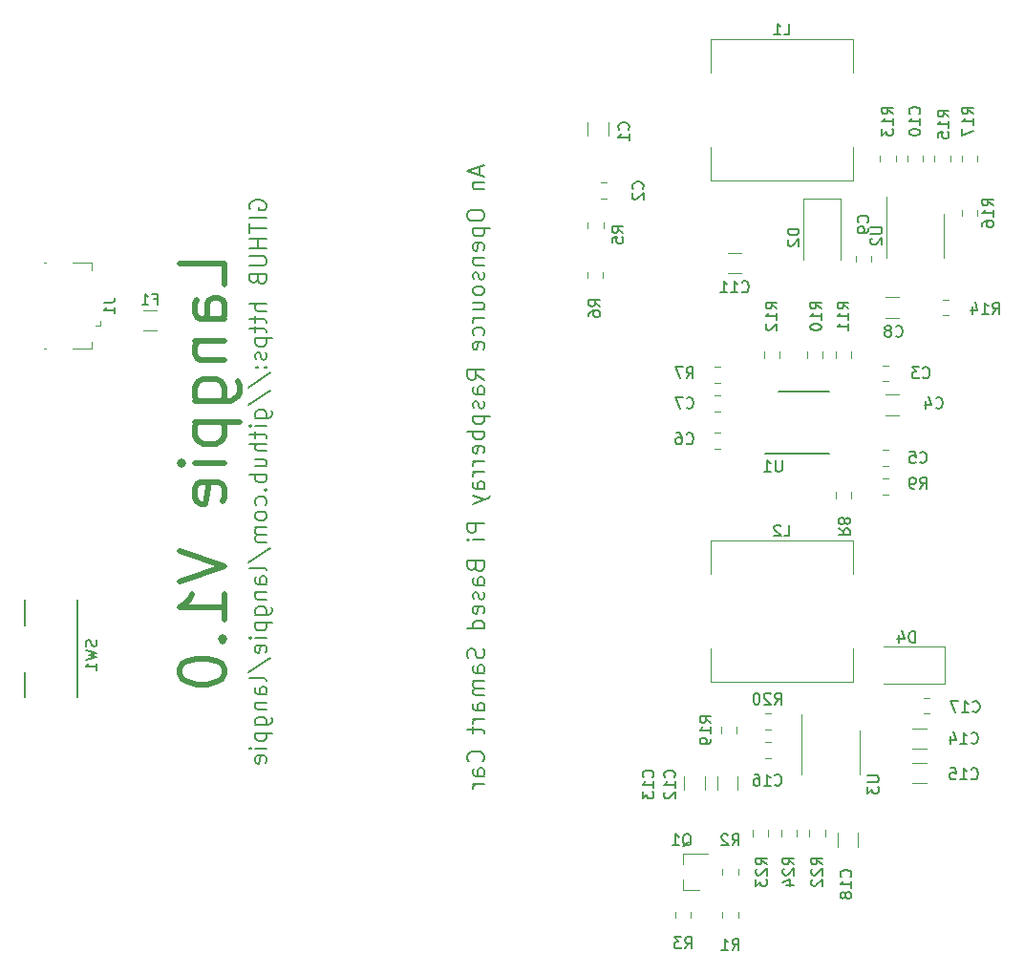
<source format=gbo>
G04 #@! TF.GenerationSoftware,KiCad,Pcbnew,(5.1.5)-3*
G04 #@! TF.CreationDate,2020-04-18T23:18:02+01:00*
G04 #@! TF.ProjectId,langpie,6c616e67-7069-4652-9e6b-696361645f70,rev?*
G04 #@! TF.SameCoordinates,Original*
G04 #@! TF.FileFunction,Legend,Bot*
G04 #@! TF.FilePolarity,Positive*
%FSLAX46Y46*%
G04 Gerber Fmt 4.6, Leading zero omitted, Abs format (unit mm)*
G04 Created by KiCad (PCBNEW (5.1.5)-3) date 2020-04-18 23:18:02*
%MOMM*%
%LPD*%
G04 APERTURE LIST*
%ADD10C,0.200000*%
%ADD11C,0.120000*%
%ADD12C,0.150000*%
%ADD13C,0.500000*%
G04 APERTURE END LIST*
D10*
X137815000Y-71531000D02*
X137815000Y-72245285D01*
X138243571Y-71388142D02*
X136743571Y-71888142D01*
X138243571Y-72388142D01*
X137243571Y-72888142D02*
X138243571Y-72888142D01*
X137386428Y-72888142D02*
X137315000Y-72959571D01*
X137243571Y-73102428D01*
X137243571Y-73316714D01*
X137315000Y-73459571D01*
X137457857Y-73531000D01*
X138243571Y-73531000D01*
X136743571Y-75673857D02*
X136743571Y-75959571D01*
X136815000Y-76102428D01*
X136957857Y-76245285D01*
X137243571Y-76316714D01*
X137743571Y-76316714D01*
X138029285Y-76245285D01*
X138172142Y-76102428D01*
X138243571Y-75959571D01*
X138243571Y-75673857D01*
X138172142Y-75531000D01*
X138029285Y-75388142D01*
X137743571Y-75316714D01*
X137243571Y-75316714D01*
X136957857Y-75388142D01*
X136815000Y-75531000D01*
X136743571Y-75673857D01*
X137243571Y-76959571D02*
X138743571Y-76959571D01*
X137315000Y-76959571D02*
X137243571Y-77102428D01*
X137243571Y-77388142D01*
X137315000Y-77531000D01*
X137386428Y-77602428D01*
X137529285Y-77673857D01*
X137957857Y-77673857D01*
X138100714Y-77602428D01*
X138172142Y-77531000D01*
X138243571Y-77388142D01*
X138243571Y-77102428D01*
X138172142Y-76959571D01*
X138172142Y-78888142D02*
X138243571Y-78745285D01*
X138243571Y-78459571D01*
X138172142Y-78316714D01*
X138029285Y-78245285D01*
X137457857Y-78245285D01*
X137315000Y-78316714D01*
X137243571Y-78459571D01*
X137243571Y-78745285D01*
X137315000Y-78888142D01*
X137457857Y-78959571D01*
X137600714Y-78959571D01*
X137743571Y-78245285D01*
X137243571Y-79602428D02*
X138243571Y-79602428D01*
X137386428Y-79602428D02*
X137315000Y-79673857D01*
X137243571Y-79816714D01*
X137243571Y-80031000D01*
X137315000Y-80173857D01*
X137457857Y-80245285D01*
X138243571Y-80245285D01*
X138172142Y-80888142D02*
X138243571Y-81031000D01*
X138243571Y-81316714D01*
X138172142Y-81459571D01*
X138029285Y-81531000D01*
X137957857Y-81531000D01*
X137815000Y-81459571D01*
X137743571Y-81316714D01*
X137743571Y-81102428D01*
X137672142Y-80959571D01*
X137529285Y-80888142D01*
X137457857Y-80888142D01*
X137315000Y-80959571D01*
X137243571Y-81102428D01*
X137243571Y-81316714D01*
X137315000Y-81459571D01*
X138243571Y-82388142D02*
X138172142Y-82245285D01*
X138100714Y-82173857D01*
X137957857Y-82102428D01*
X137529285Y-82102428D01*
X137386428Y-82173857D01*
X137315000Y-82245285D01*
X137243571Y-82388142D01*
X137243571Y-82602428D01*
X137315000Y-82745285D01*
X137386428Y-82816714D01*
X137529285Y-82888142D01*
X137957857Y-82888142D01*
X138100714Y-82816714D01*
X138172142Y-82745285D01*
X138243571Y-82602428D01*
X138243571Y-82388142D01*
X137243571Y-84173857D02*
X138243571Y-84173857D01*
X137243571Y-83531000D02*
X138029285Y-83531000D01*
X138172142Y-83602428D01*
X138243571Y-83745285D01*
X138243571Y-83959571D01*
X138172142Y-84102428D01*
X138100714Y-84173857D01*
X138243571Y-84888142D02*
X137243571Y-84888142D01*
X137529285Y-84888142D02*
X137386428Y-84959571D01*
X137315000Y-85031000D01*
X137243571Y-85173857D01*
X137243571Y-85316714D01*
X138172142Y-86459571D02*
X138243571Y-86316714D01*
X138243571Y-86031000D01*
X138172142Y-85888142D01*
X138100714Y-85816714D01*
X137957857Y-85745285D01*
X137529285Y-85745285D01*
X137386428Y-85816714D01*
X137315000Y-85888142D01*
X137243571Y-86031000D01*
X137243571Y-86316714D01*
X137315000Y-86459571D01*
X138172142Y-87673857D02*
X138243571Y-87531000D01*
X138243571Y-87245285D01*
X138172142Y-87102428D01*
X138029285Y-87031000D01*
X137457857Y-87031000D01*
X137315000Y-87102428D01*
X137243571Y-87245285D01*
X137243571Y-87531000D01*
X137315000Y-87673857D01*
X137457857Y-87745285D01*
X137600714Y-87745285D01*
X137743571Y-87031000D01*
X138243571Y-90388142D02*
X137529285Y-89888142D01*
X138243571Y-89531000D02*
X136743571Y-89531000D01*
X136743571Y-90102428D01*
X136815000Y-90245285D01*
X136886428Y-90316714D01*
X137029285Y-90388142D01*
X137243571Y-90388142D01*
X137386428Y-90316714D01*
X137457857Y-90245285D01*
X137529285Y-90102428D01*
X137529285Y-89531000D01*
X138243571Y-91673857D02*
X137457857Y-91673857D01*
X137315000Y-91602428D01*
X137243571Y-91459571D01*
X137243571Y-91173857D01*
X137315000Y-91031000D01*
X138172142Y-91673857D02*
X138243571Y-91531000D01*
X138243571Y-91173857D01*
X138172142Y-91031000D01*
X138029285Y-90959571D01*
X137886428Y-90959571D01*
X137743571Y-91031000D01*
X137672142Y-91173857D01*
X137672142Y-91531000D01*
X137600714Y-91673857D01*
X138172142Y-92316714D02*
X138243571Y-92459571D01*
X138243571Y-92745285D01*
X138172142Y-92888142D01*
X138029285Y-92959571D01*
X137957857Y-92959571D01*
X137815000Y-92888142D01*
X137743571Y-92745285D01*
X137743571Y-92531000D01*
X137672142Y-92388142D01*
X137529285Y-92316714D01*
X137457857Y-92316714D01*
X137315000Y-92388142D01*
X137243571Y-92531000D01*
X137243571Y-92745285D01*
X137315000Y-92888142D01*
X137243571Y-93602428D02*
X138743571Y-93602428D01*
X137315000Y-93602428D02*
X137243571Y-93745285D01*
X137243571Y-94031000D01*
X137315000Y-94173857D01*
X137386428Y-94245285D01*
X137529285Y-94316714D01*
X137957857Y-94316714D01*
X138100714Y-94245285D01*
X138172142Y-94173857D01*
X138243571Y-94031000D01*
X138243571Y-93745285D01*
X138172142Y-93602428D01*
X138243571Y-94959571D02*
X136743571Y-94959571D01*
X137315000Y-94959571D02*
X137243571Y-95102428D01*
X137243571Y-95388142D01*
X137315000Y-95531000D01*
X137386428Y-95602428D01*
X137529285Y-95673857D01*
X137957857Y-95673857D01*
X138100714Y-95602428D01*
X138172142Y-95531000D01*
X138243571Y-95388142D01*
X138243571Y-95102428D01*
X138172142Y-94959571D01*
X138172142Y-96888142D02*
X138243571Y-96745285D01*
X138243571Y-96459571D01*
X138172142Y-96316714D01*
X138029285Y-96245285D01*
X137457857Y-96245285D01*
X137315000Y-96316714D01*
X137243571Y-96459571D01*
X137243571Y-96745285D01*
X137315000Y-96888142D01*
X137457857Y-96959571D01*
X137600714Y-96959571D01*
X137743571Y-96245285D01*
X138243571Y-97602428D02*
X137243571Y-97602428D01*
X137529285Y-97602428D02*
X137386428Y-97673857D01*
X137315000Y-97745285D01*
X137243571Y-97888142D01*
X137243571Y-98031000D01*
X138243571Y-98531000D02*
X137243571Y-98531000D01*
X137529285Y-98531000D02*
X137386428Y-98602428D01*
X137315000Y-98673857D01*
X137243571Y-98816714D01*
X137243571Y-98959571D01*
X138243571Y-100102428D02*
X137457857Y-100102428D01*
X137315000Y-100031000D01*
X137243571Y-99888142D01*
X137243571Y-99602428D01*
X137315000Y-99459571D01*
X138172142Y-100102428D02*
X138243571Y-99959571D01*
X138243571Y-99602428D01*
X138172142Y-99459571D01*
X138029285Y-99388142D01*
X137886428Y-99388142D01*
X137743571Y-99459571D01*
X137672142Y-99602428D01*
X137672142Y-99959571D01*
X137600714Y-100102428D01*
X137243571Y-100673857D02*
X138243571Y-101031000D01*
X137243571Y-101388142D02*
X138243571Y-101031000D01*
X138600714Y-100888142D01*
X138672142Y-100816714D01*
X138743571Y-100673857D01*
X138243571Y-103102428D02*
X136743571Y-103102428D01*
X136743571Y-103673857D01*
X136815000Y-103816714D01*
X136886428Y-103888142D01*
X137029285Y-103959571D01*
X137243571Y-103959571D01*
X137386428Y-103888142D01*
X137457857Y-103816714D01*
X137529285Y-103673857D01*
X137529285Y-103102428D01*
X138243571Y-104602428D02*
X137243571Y-104602428D01*
X136743571Y-104602428D02*
X136815000Y-104531000D01*
X136886428Y-104602428D01*
X136815000Y-104673857D01*
X136743571Y-104602428D01*
X136886428Y-104602428D01*
X137457857Y-106959571D02*
X137529285Y-107173857D01*
X137600714Y-107245285D01*
X137743571Y-107316714D01*
X137957857Y-107316714D01*
X138100714Y-107245285D01*
X138172142Y-107173857D01*
X138243571Y-107031000D01*
X138243571Y-106459571D01*
X136743571Y-106459571D01*
X136743571Y-106959571D01*
X136815000Y-107102428D01*
X136886428Y-107173857D01*
X137029285Y-107245285D01*
X137172142Y-107245285D01*
X137315000Y-107173857D01*
X137386428Y-107102428D01*
X137457857Y-106959571D01*
X137457857Y-106459571D01*
X138243571Y-108602428D02*
X137457857Y-108602428D01*
X137315000Y-108531000D01*
X137243571Y-108388142D01*
X137243571Y-108102428D01*
X137315000Y-107959571D01*
X138172142Y-108602428D02*
X138243571Y-108459571D01*
X138243571Y-108102428D01*
X138172142Y-107959571D01*
X138029285Y-107888142D01*
X137886428Y-107888142D01*
X137743571Y-107959571D01*
X137672142Y-108102428D01*
X137672142Y-108459571D01*
X137600714Y-108602428D01*
X138172142Y-109245285D02*
X138243571Y-109388142D01*
X138243571Y-109673857D01*
X138172142Y-109816714D01*
X138029285Y-109888142D01*
X137957857Y-109888142D01*
X137815000Y-109816714D01*
X137743571Y-109673857D01*
X137743571Y-109459571D01*
X137672142Y-109316714D01*
X137529285Y-109245285D01*
X137457857Y-109245285D01*
X137315000Y-109316714D01*
X137243571Y-109459571D01*
X137243571Y-109673857D01*
X137315000Y-109816714D01*
X138172142Y-111102428D02*
X138243571Y-110959571D01*
X138243571Y-110673857D01*
X138172142Y-110531000D01*
X138029285Y-110459571D01*
X137457857Y-110459571D01*
X137315000Y-110531000D01*
X137243571Y-110673857D01*
X137243571Y-110959571D01*
X137315000Y-111102428D01*
X137457857Y-111173857D01*
X137600714Y-111173857D01*
X137743571Y-110459571D01*
X138243571Y-112459571D02*
X136743571Y-112459571D01*
X138172142Y-112459571D02*
X138243571Y-112316714D01*
X138243571Y-112031000D01*
X138172142Y-111888142D01*
X138100714Y-111816714D01*
X137957857Y-111745285D01*
X137529285Y-111745285D01*
X137386428Y-111816714D01*
X137315000Y-111888142D01*
X137243571Y-112031000D01*
X137243571Y-112316714D01*
X137315000Y-112459571D01*
X138172142Y-114245285D02*
X138243571Y-114459571D01*
X138243571Y-114816714D01*
X138172142Y-114959571D01*
X138100714Y-115031000D01*
X137957857Y-115102428D01*
X137815000Y-115102428D01*
X137672142Y-115031000D01*
X137600714Y-114959571D01*
X137529285Y-114816714D01*
X137457857Y-114531000D01*
X137386428Y-114388142D01*
X137315000Y-114316714D01*
X137172142Y-114245285D01*
X137029285Y-114245285D01*
X136886428Y-114316714D01*
X136815000Y-114388142D01*
X136743571Y-114531000D01*
X136743571Y-114888142D01*
X136815000Y-115102428D01*
X138243571Y-116388142D02*
X137457857Y-116388142D01*
X137315000Y-116316714D01*
X137243571Y-116173857D01*
X137243571Y-115888142D01*
X137315000Y-115745285D01*
X138172142Y-116388142D02*
X138243571Y-116245285D01*
X138243571Y-115888142D01*
X138172142Y-115745285D01*
X138029285Y-115673857D01*
X137886428Y-115673857D01*
X137743571Y-115745285D01*
X137672142Y-115888142D01*
X137672142Y-116245285D01*
X137600714Y-116388142D01*
X138243571Y-117102428D02*
X137243571Y-117102428D01*
X137386428Y-117102428D02*
X137315000Y-117173857D01*
X137243571Y-117316714D01*
X137243571Y-117531000D01*
X137315000Y-117673857D01*
X137457857Y-117745285D01*
X138243571Y-117745285D01*
X137457857Y-117745285D02*
X137315000Y-117816714D01*
X137243571Y-117959571D01*
X137243571Y-118173857D01*
X137315000Y-118316714D01*
X137457857Y-118388142D01*
X138243571Y-118388142D01*
X138243571Y-119745285D02*
X137457857Y-119745285D01*
X137315000Y-119673857D01*
X137243571Y-119531000D01*
X137243571Y-119245285D01*
X137315000Y-119102428D01*
X138172142Y-119745285D02*
X138243571Y-119602428D01*
X138243571Y-119245285D01*
X138172142Y-119102428D01*
X138029285Y-119031000D01*
X137886428Y-119031000D01*
X137743571Y-119102428D01*
X137672142Y-119245285D01*
X137672142Y-119602428D01*
X137600714Y-119745285D01*
X138243571Y-120459571D02*
X137243571Y-120459571D01*
X137529285Y-120459571D02*
X137386428Y-120531000D01*
X137315000Y-120602428D01*
X137243571Y-120745285D01*
X137243571Y-120888142D01*
X137243571Y-121173857D02*
X137243571Y-121745285D01*
X136743571Y-121388142D02*
X138029285Y-121388142D01*
X138172142Y-121459571D01*
X138243571Y-121602428D01*
X138243571Y-121745285D01*
X138100714Y-124245285D02*
X138172142Y-124173857D01*
X138243571Y-123959571D01*
X138243571Y-123816714D01*
X138172142Y-123602428D01*
X138029285Y-123459571D01*
X137886428Y-123388142D01*
X137600714Y-123316714D01*
X137386428Y-123316714D01*
X137100714Y-123388142D01*
X136957857Y-123459571D01*
X136815000Y-123602428D01*
X136743571Y-123816714D01*
X136743571Y-123959571D01*
X136815000Y-124173857D01*
X136886428Y-124245285D01*
X138243571Y-125531000D02*
X137457857Y-125531000D01*
X137315000Y-125459571D01*
X137243571Y-125316714D01*
X137243571Y-125031000D01*
X137315000Y-124888142D01*
X138172142Y-125531000D02*
X138243571Y-125388142D01*
X138243571Y-125031000D01*
X138172142Y-124888142D01*
X138029285Y-124816714D01*
X137886428Y-124816714D01*
X137743571Y-124888142D01*
X137672142Y-125031000D01*
X137672142Y-125388142D01*
X137600714Y-125531000D01*
X138243571Y-126245285D02*
X137243571Y-126245285D01*
X137529285Y-126245285D02*
X137386428Y-126316714D01*
X137315000Y-126388142D01*
X137243571Y-126531000D01*
X137243571Y-126673857D01*
X117515000Y-75288142D02*
X117443571Y-75145285D01*
X117443571Y-74931000D01*
X117515000Y-74716714D01*
X117657857Y-74573857D01*
X117800714Y-74502428D01*
X118086428Y-74431000D01*
X118300714Y-74431000D01*
X118586428Y-74502428D01*
X118729285Y-74573857D01*
X118872142Y-74716714D01*
X118943571Y-74931000D01*
X118943571Y-75073857D01*
X118872142Y-75288142D01*
X118800714Y-75359571D01*
X118300714Y-75359571D01*
X118300714Y-75073857D01*
X118943571Y-76002428D02*
X117443571Y-76002428D01*
X117443571Y-76502428D02*
X117443571Y-77359571D01*
X118943571Y-76931000D02*
X117443571Y-76931000D01*
X118943571Y-77859571D02*
X117443571Y-77859571D01*
X118157857Y-77859571D02*
X118157857Y-78716714D01*
X118943571Y-78716714D02*
X117443571Y-78716714D01*
X117443571Y-79431000D02*
X118657857Y-79431000D01*
X118800714Y-79502428D01*
X118872142Y-79573857D01*
X118943571Y-79716714D01*
X118943571Y-80002428D01*
X118872142Y-80145285D01*
X118800714Y-80216714D01*
X118657857Y-80288142D01*
X117443571Y-80288142D01*
X118157857Y-81502428D02*
X118229285Y-81716714D01*
X118300714Y-81788142D01*
X118443571Y-81859571D01*
X118657857Y-81859571D01*
X118800714Y-81788142D01*
X118872142Y-81716714D01*
X118943571Y-81573857D01*
X118943571Y-81002428D01*
X117443571Y-81002428D01*
X117443571Y-81502428D01*
X117515000Y-81645285D01*
X117586428Y-81716714D01*
X117729285Y-81788142D01*
X117872142Y-81788142D01*
X118015000Y-81716714D01*
X118086428Y-81645285D01*
X118157857Y-81502428D01*
X118157857Y-81002428D01*
X118943571Y-83645285D02*
X117443571Y-83645285D01*
X118943571Y-84288142D02*
X118157857Y-84288142D01*
X118015000Y-84216714D01*
X117943571Y-84073857D01*
X117943571Y-83859571D01*
X118015000Y-83716714D01*
X118086428Y-83645285D01*
X117943571Y-84788142D02*
X117943571Y-85359571D01*
X117443571Y-85002428D02*
X118729285Y-85002428D01*
X118872142Y-85073857D01*
X118943571Y-85216714D01*
X118943571Y-85359571D01*
X117943571Y-85645285D02*
X117943571Y-86216714D01*
X117443571Y-85859571D02*
X118729285Y-85859571D01*
X118872142Y-85931000D01*
X118943571Y-86073857D01*
X118943571Y-86216714D01*
X117943571Y-86716714D02*
X119443571Y-86716714D01*
X118015000Y-86716714D02*
X117943571Y-86859571D01*
X117943571Y-87145285D01*
X118015000Y-87288142D01*
X118086428Y-87359571D01*
X118229285Y-87431000D01*
X118657857Y-87431000D01*
X118800714Y-87359571D01*
X118872142Y-87288142D01*
X118943571Y-87145285D01*
X118943571Y-86859571D01*
X118872142Y-86716714D01*
X118872142Y-88002428D02*
X118943571Y-88145285D01*
X118943571Y-88431000D01*
X118872142Y-88573857D01*
X118729285Y-88645285D01*
X118657857Y-88645285D01*
X118515000Y-88573857D01*
X118443571Y-88431000D01*
X118443571Y-88216714D01*
X118372142Y-88073857D01*
X118229285Y-88002428D01*
X118157857Y-88002428D01*
X118015000Y-88073857D01*
X117943571Y-88216714D01*
X117943571Y-88431000D01*
X118015000Y-88573857D01*
X118800714Y-89288142D02*
X118872142Y-89359571D01*
X118943571Y-89288142D01*
X118872142Y-89216714D01*
X118800714Y-89288142D01*
X118943571Y-89288142D01*
X118015000Y-89288142D02*
X118086428Y-89359571D01*
X118157857Y-89288142D01*
X118086428Y-89216714D01*
X118015000Y-89288142D01*
X118157857Y-89288142D01*
X117372142Y-91073857D02*
X119300714Y-89788142D01*
X117372142Y-92645285D02*
X119300714Y-91359571D01*
X117943571Y-93788142D02*
X119157857Y-93788142D01*
X119300714Y-93716714D01*
X119372142Y-93645285D01*
X119443571Y-93502428D01*
X119443571Y-93288142D01*
X119372142Y-93145285D01*
X118872142Y-93788142D02*
X118943571Y-93645285D01*
X118943571Y-93359571D01*
X118872142Y-93216714D01*
X118800714Y-93145285D01*
X118657857Y-93073857D01*
X118229285Y-93073857D01*
X118086428Y-93145285D01*
X118015000Y-93216714D01*
X117943571Y-93359571D01*
X117943571Y-93645285D01*
X118015000Y-93788142D01*
X118943571Y-94502428D02*
X117943571Y-94502428D01*
X117443571Y-94502428D02*
X117515000Y-94431000D01*
X117586428Y-94502428D01*
X117515000Y-94573857D01*
X117443571Y-94502428D01*
X117586428Y-94502428D01*
X117943571Y-95002428D02*
X117943571Y-95573857D01*
X117443571Y-95216714D02*
X118729285Y-95216714D01*
X118872142Y-95288142D01*
X118943571Y-95431000D01*
X118943571Y-95573857D01*
X118943571Y-96073857D02*
X117443571Y-96073857D01*
X118943571Y-96716714D02*
X118157857Y-96716714D01*
X118015000Y-96645285D01*
X117943571Y-96502428D01*
X117943571Y-96288142D01*
X118015000Y-96145285D01*
X118086428Y-96073857D01*
X117943571Y-98073857D02*
X118943571Y-98073857D01*
X117943571Y-97431000D02*
X118729285Y-97431000D01*
X118872142Y-97502428D01*
X118943571Y-97645285D01*
X118943571Y-97859571D01*
X118872142Y-98002428D01*
X118800714Y-98073857D01*
X118943571Y-98788142D02*
X117443571Y-98788142D01*
X118015000Y-98788142D02*
X117943571Y-98931000D01*
X117943571Y-99216714D01*
X118015000Y-99359571D01*
X118086428Y-99431000D01*
X118229285Y-99502428D01*
X118657857Y-99502428D01*
X118800714Y-99431000D01*
X118872142Y-99359571D01*
X118943571Y-99216714D01*
X118943571Y-98931000D01*
X118872142Y-98788142D01*
X118800714Y-100145285D02*
X118872142Y-100216714D01*
X118943571Y-100145285D01*
X118872142Y-100073857D01*
X118800714Y-100145285D01*
X118943571Y-100145285D01*
X118872142Y-101502428D02*
X118943571Y-101359571D01*
X118943571Y-101073857D01*
X118872142Y-100931000D01*
X118800714Y-100859571D01*
X118657857Y-100788142D01*
X118229285Y-100788142D01*
X118086428Y-100859571D01*
X118015000Y-100931000D01*
X117943571Y-101073857D01*
X117943571Y-101359571D01*
X118015000Y-101502428D01*
X118943571Y-102359571D02*
X118872142Y-102216714D01*
X118800714Y-102145285D01*
X118657857Y-102073857D01*
X118229285Y-102073857D01*
X118086428Y-102145285D01*
X118015000Y-102216714D01*
X117943571Y-102359571D01*
X117943571Y-102573857D01*
X118015000Y-102716714D01*
X118086428Y-102788142D01*
X118229285Y-102859571D01*
X118657857Y-102859571D01*
X118800714Y-102788142D01*
X118872142Y-102716714D01*
X118943571Y-102573857D01*
X118943571Y-102359571D01*
X118943571Y-103502428D02*
X117943571Y-103502428D01*
X118086428Y-103502428D02*
X118015000Y-103573857D01*
X117943571Y-103716714D01*
X117943571Y-103931000D01*
X118015000Y-104073857D01*
X118157857Y-104145285D01*
X118943571Y-104145285D01*
X118157857Y-104145285D02*
X118015000Y-104216714D01*
X117943571Y-104359571D01*
X117943571Y-104573857D01*
X118015000Y-104716714D01*
X118157857Y-104788142D01*
X118943571Y-104788142D01*
X117372142Y-106573857D02*
X119300714Y-105288142D01*
X118943571Y-107288142D02*
X118872142Y-107145285D01*
X118729285Y-107073857D01*
X117443571Y-107073857D01*
X118943571Y-108502428D02*
X118157857Y-108502428D01*
X118015000Y-108431000D01*
X117943571Y-108288142D01*
X117943571Y-108002428D01*
X118015000Y-107859571D01*
X118872142Y-108502428D02*
X118943571Y-108359571D01*
X118943571Y-108002428D01*
X118872142Y-107859571D01*
X118729285Y-107788142D01*
X118586428Y-107788142D01*
X118443571Y-107859571D01*
X118372142Y-108002428D01*
X118372142Y-108359571D01*
X118300714Y-108502428D01*
X117943571Y-109216714D02*
X118943571Y-109216714D01*
X118086428Y-109216714D02*
X118015000Y-109288142D01*
X117943571Y-109431000D01*
X117943571Y-109645285D01*
X118015000Y-109788142D01*
X118157857Y-109859571D01*
X118943571Y-109859571D01*
X117943571Y-111216714D02*
X119157857Y-111216714D01*
X119300714Y-111145285D01*
X119372142Y-111073857D01*
X119443571Y-110931000D01*
X119443571Y-110716714D01*
X119372142Y-110573857D01*
X118872142Y-111216714D02*
X118943571Y-111073857D01*
X118943571Y-110788142D01*
X118872142Y-110645285D01*
X118800714Y-110573857D01*
X118657857Y-110502428D01*
X118229285Y-110502428D01*
X118086428Y-110573857D01*
X118015000Y-110645285D01*
X117943571Y-110788142D01*
X117943571Y-111073857D01*
X118015000Y-111216714D01*
X117943571Y-111931000D02*
X119443571Y-111931000D01*
X118015000Y-111931000D02*
X117943571Y-112073857D01*
X117943571Y-112359571D01*
X118015000Y-112502428D01*
X118086428Y-112573857D01*
X118229285Y-112645285D01*
X118657857Y-112645285D01*
X118800714Y-112573857D01*
X118872142Y-112502428D01*
X118943571Y-112359571D01*
X118943571Y-112073857D01*
X118872142Y-111931000D01*
X118943571Y-113288142D02*
X117943571Y-113288142D01*
X117443571Y-113288142D02*
X117515000Y-113216714D01*
X117586428Y-113288142D01*
X117515000Y-113359571D01*
X117443571Y-113288142D01*
X117586428Y-113288142D01*
X118872142Y-114573857D02*
X118943571Y-114431000D01*
X118943571Y-114145285D01*
X118872142Y-114002428D01*
X118729285Y-113931000D01*
X118157857Y-113931000D01*
X118015000Y-114002428D01*
X117943571Y-114145285D01*
X117943571Y-114431000D01*
X118015000Y-114573857D01*
X118157857Y-114645285D01*
X118300714Y-114645285D01*
X118443571Y-113931000D01*
X117372142Y-116359571D02*
X119300714Y-115073857D01*
X118943571Y-117073857D02*
X118872142Y-116931000D01*
X118729285Y-116859571D01*
X117443571Y-116859571D01*
X118943571Y-118288142D02*
X118157857Y-118288142D01*
X118015000Y-118216714D01*
X117943571Y-118073857D01*
X117943571Y-117788142D01*
X118015000Y-117645285D01*
X118872142Y-118288142D02*
X118943571Y-118145285D01*
X118943571Y-117788142D01*
X118872142Y-117645285D01*
X118729285Y-117573857D01*
X118586428Y-117573857D01*
X118443571Y-117645285D01*
X118372142Y-117788142D01*
X118372142Y-118145285D01*
X118300714Y-118288142D01*
X117943571Y-119002428D02*
X118943571Y-119002428D01*
X118086428Y-119002428D02*
X118015000Y-119073857D01*
X117943571Y-119216714D01*
X117943571Y-119431000D01*
X118015000Y-119573857D01*
X118157857Y-119645285D01*
X118943571Y-119645285D01*
X117943571Y-121002428D02*
X119157857Y-121002428D01*
X119300714Y-120931000D01*
X119372142Y-120859571D01*
X119443571Y-120716714D01*
X119443571Y-120502428D01*
X119372142Y-120359571D01*
X118872142Y-121002428D02*
X118943571Y-120859571D01*
X118943571Y-120573857D01*
X118872142Y-120431000D01*
X118800714Y-120359571D01*
X118657857Y-120288142D01*
X118229285Y-120288142D01*
X118086428Y-120359571D01*
X118015000Y-120431000D01*
X117943571Y-120573857D01*
X117943571Y-120859571D01*
X118015000Y-121002428D01*
X117943571Y-121716714D02*
X119443571Y-121716714D01*
X118015000Y-121716714D02*
X117943571Y-121859571D01*
X117943571Y-122145285D01*
X118015000Y-122288142D01*
X118086428Y-122359571D01*
X118229285Y-122431000D01*
X118657857Y-122431000D01*
X118800714Y-122359571D01*
X118872142Y-122288142D01*
X118943571Y-122145285D01*
X118943571Y-121859571D01*
X118872142Y-121716714D01*
X118943571Y-123073857D02*
X117943571Y-123073857D01*
X117443571Y-123073857D02*
X117515000Y-123002428D01*
X117586428Y-123073857D01*
X117515000Y-123145285D01*
X117443571Y-123073857D01*
X117586428Y-123073857D01*
X118872142Y-124359571D02*
X118943571Y-124216714D01*
X118943571Y-123931000D01*
X118872142Y-123788142D01*
X118729285Y-123716714D01*
X118157857Y-123716714D01*
X118015000Y-123788142D01*
X117943571Y-123931000D01*
X117943571Y-124216714D01*
X118015000Y-124359571D01*
X118157857Y-124431000D01*
X118300714Y-124431000D01*
X118443571Y-123716714D01*
D11*
X173517422Y-96611000D02*
X174034578Y-96611000D01*
X173517422Y-98031000D02*
X174034578Y-98031000D01*
X179566000Y-71036578D02*
X179566000Y-70519422D01*
X178146000Y-71036578D02*
X178146000Y-70519422D01*
X147405000Y-68733064D02*
X147405000Y-67528936D01*
X149225000Y-68733064D02*
X149225000Y-67528936D01*
X149123578Y-72921000D02*
X148606422Y-72921000D01*
X149123578Y-74341000D02*
X148606422Y-74341000D01*
X174034578Y-89118000D02*
X173517422Y-89118000D01*
X174034578Y-90538000D02*
X173517422Y-90538000D01*
X175013064Y-91712000D02*
X173808936Y-91712000D01*
X175013064Y-93532000D02*
X173808936Y-93532000D01*
X159175578Y-96507000D02*
X158658422Y-96507000D01*
X159175578Y-95087000D02*
X158658422Y-95087000D01*
X158658422Y-93205000D02*
X159175578Y-93205000D01*
X158658422Y-91785000D02*
X159175578Y-91785000D01*
X173808936Y-84896000D02*
X175013064Y-84896000D01*
X173808936Y-83076000D02*
X175013064Y-83076000D01*
X172581000Y-79409422D02*
X172581000Y-79926578D01*
X171161000Y-79409422D02*
X171161000Y-79926578D01*
X177153000Y-71036578D02*
X177153000Y-70519422D01*
X175733000Y-71036578D02*
X175733000Y-70519422D01*
X159838936Y-79139000D02*
X161043064Y-79139000D01*
X159838936Y-80959000D02*
X161043064Y-80959000D01*
X158896000Y-126752064D02*
X158896000Y-125547936D01*
X160716000Y-126752064D02*
X160716000Y-125547936D01*
X157795000Y-126752064D02*
X157795000Y-125547936D01*
X155975000Y-126752064D02*
X155975000Y-125547936D01*
X177426064Y-123123000D02*
X176221936Y-123123000D01*
X177426064Y-121303000D02*
X176221936Y-121303000D01*
X177426064Y-124351000D02*
X176221936Y-124351000D01*
X177426064Y-126171000D02*
X176221936Y-126171000D01*
X163620578Y-123939000D02*
X163103422Y-123939000D01*
X163620578Y-122519000D02*
X163103422Y-122519000D01*
X177682578Y-118582000D02*
X177165422Y-118582000D01*
X177682578Y-120002000D02*
X177165422Y-120002000D01*
X169564000Y-130592936D02*
X169564000Y-131797064D01*
X171384000Y-130592936D02*
X171384000Y-131797064D01*
X166538000Y-74363000D02*
X166538000Y-79763000D01*
X169838000Y-74363000D02*
X169838000Y-79763000D01*
X166538000Y-74363000D02*
X169838000Y-74363000D01*
X179081000Y-114086000D02*
X179081000Y-117386000D01*
X179081000Y-117386000D02*
X173681000Y-117386000D01*
X179081000Y-114086000D02*
X173681000Y-114086000D01*
X109224064Y-84219000D02*
X108019936Y-84219000D01*
X109224064Y-86039000D02*
X108019936Y-86039000D01*
X103477000Y-87669000D02*
X103477000Y-87009000D01*
X101747000Y-87669000D02*
X103477000Y-87669000D01*
X99177000Y-80049000D02*
X99387000Y-80049000D01*
X99177000Y-87669000D02*
X99387000Y-87669000D01*
X101747000Y-80049000D02*
X103477000Y-80049000D01*
X103477000Y-80049000D02*
X103477000Y-80699000D01*
X104177000Y-85619000D02*
X104177000Y-85169000D01*
X104177000Y-85619000D02*
X103787000Y-85619000D01*
X158332000Y-69760000D02*
X158332000Y-72760000D01*
X158332000Y-72760000D02*
X170932000Y-72760000D01*
X170932000Y-72760000D02*
X170932000Y-69760000D01*
X170932000Y-63160000D02*
X170932000Y-60160000D01*
X170932000Y-60160000D02*
X158332000Y-60160000D01*
X158332000Y-60160000D02*
X158332000Y-63160000D01*
X158332000Y-104610000D02*
X158332000Y-107610000D01*
X170932000Y-104610000D02*
X158332000Y-104610000D01*
X170932000Y-107610000D02*
X170932000Y-104610000D01*
X170932000Y-117210000D02*
X170932000Y-114210000D01*
X158332000Y-117210000D02*
X170932000Y-117210000D01*
X158332000Y-114210000D02*
X158332000Y-117210000D01*
X155871000Y-135604000D02*
X155871000Y-134674000D01*
X155871000Y-132444000D02*
X155871000Y-133374000D01*
X155871000Y-132444000D02*
X158031000Y-132444000D01*
X155871000Y-135604000D02*
X157331000Y-135604000D01*
X159350000Y-138092578D02*
X159350000Y-137575422D01*
X160770000Y-138092578D02*
X160770000Y-137575422D01*
X159350000Y-134282578D02*
X159350000Y-133765422D01*
X160770000Y-134282578D02*
X160770000Y-133765422D01*
X156579000Y-137575422D02*
X156579000Y-138092578D01*
X155159000Y-137575422D02*
X155159000Y-138092578D01*
X147405000Y-76989578D02*
X147405000Y-76472422D01*
X148825000Y-76989578D02*
X148825000Y-76472422D01*
X148775000Y-81389578D02*
X148775000Y-80872422D01*
X147355000Y-81389578D02*
X147355000Y-80872422D01*
X158658422Y-89245000D02*
X159175578Y-89245000D01*
X158658422Y-90665000D02*
X159175578Y-90665000D01*
X169383000Y-100881578D02*
X169383000Y-100364422D01*
X170803000Y-100881578D02*
X170803000Y-100364422D01*
X174034578Y-99151000D02*
X173517422Y-99151000D01*
X174034578Y-100571000D02*
X173517422Y-100571000D01*
X168263000Y-87918422D02*
X168263000Y-88435578D01*
X166843000Y-87918422D02*
X166843000Y-88435578D01*
X170803000Y-88435578D02*
X170803000Y-87918422D01*
X169383000Y-88435578D02*
X169383000Y-87918422D01*
X164453000Y-88435578D02*
X164453000Y-87918422D01*
X163033000Y-88435578D02*
X163033000Y-87918422D01*
X173320000Y-71036578D02*
X173320000Y-70519422D01*
X174740000Y-71036578D02*
X174740000Y-70519422D01*
X178851422Y-84696000D02*
X179368578Y-84696000D01*
X178851422Y-83276000D02*
X179368578Y-83276000D01*
X181979000Y-75862578D02*
X181979000Y-75345422D01*
X180559000Y-75862578D02*
X180559000Y-75345422D01*
X181979000Y-70519422D02*
X181979000Y-71036578D01*
X180559000Y-70519422D02*
X180559000Y-71036578D01*
X160643000Y-121192422D02*
X160643000Y-121709578D01*
X159223000Y-121192422D02*
X159223000Y-121709578D01*
X163103422Y-121399000D02*
X163620578Y-121399000D01*
X163103422Y-119979000D02*
X163620578Y-119979000D01*
X168488332Y-130336422D02*
X168488332Y-130853578D01*
X167068332Y-130336422D02*
X167068332Y-130853578D01*
X163437000Y-130336422D02*
X163437000Y-130853578D01*
X162017000Y-130336422D02*
X162017000Y-130853578D01*
X164542666Y-130336422D02*
X164542666Y-130853578D01*
X165962666Y-130336422D02*
X165962666Y-130853578D01*
D12*
X102162000Y-118512000D02*
X102162000Y-109912000D01*
X97562000Y-118512000D02*
X97562000Y-116312000D01*
X97562000Y-112212000D02*
X97562000Y-109912000D01*
X164287000Y-91421000D02*
X168787000Y-91421000D01*
X163162000Y-96971000D02*
X168787000Y-96971000D01*
D11*
X171510000Y-123483000D02*
X171510000Y-125433000D01*
X171510000Y-123483000D02*
X171510000Y-121533000D01*
X166390000Y-123483000D02*
X166390000Y-125433000D01*
X166390000Y-123483000D02*
X166390000Y-120033000D01*
X179005000Y-77631000D02*
X179005000Y-79581000D01*
X179005000Y-77631000D02*
X179005000Y-75681000D01*
X173885000Y-77631000D02*
X173885000Y-79581000D01*
X173885000Y-77631000D02*
X173885000Y-74181000D01*
D12*
X176863666Y-97678142D02*
X176911285Y-97725761D01*
X177054142Y-97773380D01*
X177149380Y-97773380D01*
X177292238Y-97725761D01*
X177387476Y-97630523D01*
X177435095Y-97535285D01*
X177482714Y-97344809D01*
X177482714Y-97201952D01*
X177435095Y-97011476D01*
X177387476Y-96916238D01*
X177292238Y-96821000D01*
X177149380Y-96773380D01*
X177054142Y-96773380D01*
X176911285Y-96821000D01*
X176863666Y-96868619D01*
X175958904Y-96773380D02*
X176435095Y-96773380D01*
X176482714Y-97249571D01*
X176435095Y-97201952D01*
X176339857Y-97154333D01*
X176101761Y-97154333D01*
X176006523Y-97201952D01*
X175958904Y-97249571D01*
X175911285Y-97344809D01*
X175911285Y-97582904D01*
X175958904Y-97678142D01*
X176006523Y-97725761D01*
X176101761Y-97773380D01*
X176339857Y-97773380D01*
X176435095Y-97725761D01*
X176482714Y-97678142D01*
X179435380Y-67087142D02*
X178959190Y-66753809D01*
X179435380Y-66515714D02*
X178435380Y-66515714D01*
X178435380Y-66896666D01*
X178483000Y-66991904D01*
X178530619Y-67039523D01*
X178625857Y-67087142D01*
X178768714Y-67087142D01*
X178863952Y-67039523D01*
X178911571Y-66991904D01*
X178959190Y-66896666D01*
X178959190Y-66515714D01*
X179435380Y-68039523D02*
X179435380Y-67468095D01*
X179435380Y-67753809D02*
X178435380Y-67753809D01*
X178578238Y-67658571D01*
X178673476Y-67563333D01*
X178721095Y-67468095D01*
X178435380Y-68944285D02*
X178435380Y-68468095D01*
X178911571Y-68420476D01*
X178863952Y-68468095D01*
X178816333Y-68563333D01*
X178816333Y-68801428D01*
X178863952Y-68896666D01*
X178911571Y-68944285D01*
X179006809Y-68991904D01*
X179244904Y-68991904D01*
X179340142Y-68944285D01*
X179387761Y-68896666D01*
X179435380Y-68801428D01*
X179435380Y-68563333D01*
X179387761Y-68468095D01*
X179340142Y-68420476D01*
D13*
X115224523Y-81964333D02*
X115224523Y-80059571D01*
X111224523Y-80059571D01*
X115224523Y-85011952D02*
X113129285Y-85011952D01*
X112748333Y-84821476D01*
X112557857Y-84440523D01*
X112557857Y-83678619D01*
X112748333Y-83297666D01*
X115034047Y-85011952D02*
X115224523Y-84631000D01*
X115224523Y-83678619D01*
X115034047Y-83297666D01*
X114653095Y-83107190D01*
X114272142Y-83107190D01*
X113891190Y-83297666D01*
X113700714Y-83678619D01*
X113700714Y-84631000D01*
X113510238Y-85011952D01*
X112557857Y-86916714D02*
X115224523Y-86916714D01*
X112938809Y-86916714D02*
X112748333Y-87107190D01*
X112557857Y-87488142D01*
X112557857Y-88059571D01*
X112748333Y-88440523D01*
X113129285Y-88631000D01*
X115224523Y-88631000D01*
X112557857Y-92250047D02*
X115795952Y-92250047D01*
X116176904Y-92059571D01*
X116367380Y-91869095D01*
X116557857Y-91488142D01*
X116557857Y-90916714D01*
X116367380Y-90535761D01*
X115034047Y-92250047D02*
X115224523Y-91869095D01*
X115224523Y-91107190D01*
X115034047Y-90726238D01*
X114843571Y-90535761D01*
X114462619Y-90345285D01*
X113319761Y-90345285D01*
X112938809Y-90535761D01*
X112748333Y-90726238D01*
X112557857Y-91107190D01*
X112557857Y-91869095D01*
X112748333Y-92250047D01*
X112557857Y-94154809D02*
X116557857Y-94154809D01*
X112748333Y-94154809D02*
X112557857Y-94535761D01*
X112557857Y-95297666D01*
X112748333Y-95678619D01*
X112938809Y-95869095D01*
X113319761Y-96059571D01*
X114462619Y-96059571D01*
X114843571Y-95869095D01*
X115034047Y-95678619D01*
X115224523Y-95297666D01*
X115224523Y-94535761D01*
X115034047Y-94154809D01*
X115224523Y-97773857D02*
X112557857Y-97773857D01*
X111224523Y-97773857D02*
X111415000Y-97583380D01*
X111605476Y-97773857D01*
X111415000Y-97964333D01*
X111224523Y-97773857D01*
X111605476Y-97773857D01*
X115034047Y-101202428D02*
X115224523Y-100821476D01*
X115224523Y-100059571D01*
X115034047Y-99678619D01*
X114653095Y-99488142D01*
X113129285Y-99488142D01*
X112748333Y-99678619D01*
X112557857Y-100059571D01*
X112557857Y-100821476D01*
X112748333Y-101202428D01*
X113129285Y-101392904D01*
X113510238Y-101392904D01*
X113891190Y-99488142D01*
X111224523Y-105583380D02*
X115224523Y-106916714D01*
X111224523Y-108250047D01*
X115224523Y-111678619D02*
X115224523Y-109392904D01*
X115224523Y-110535761D02*
X111224523Y-110535761D01*
X111795952Y-110154809D01*
X112176904Y-109773857D01*
X112367380Y-109392904D01*
X114843571Y-113392904D02*
X115034047Y-113583380D01*
X115224523Y-113392904D01*
X115034047Y-113202428D01*
X114843571Y-113392904D01*
X115224523Y-113392904D01*
X111224523Y-116059571D02*
X111224523Y-116440523D01*
X111415000Y-116821476D01*
X111605476Y-117011952D01*
X111986428Y-117202428D01*
X112748333Y-117392904D01*
X113700714Y-117392904D01*
X114462619Y-117202428D01*
X114843571Y-117011952D01*
X115034047Y-116821476D01*
X115224523Y-116440523D01*
X115224523Y-116059571D01*
X115034047Y-115678619D01*
X114843571Y-115488142D01*
X114462619Y-115297666D01*
X113700714Y-115107190D01*
X112748333Y-115107190D01*
X111986428Y-115297666D01*
X111605476Y-115488142D01*
X111415000Y-115678619D01*
X111224523Y-116059571D01*
D12*
X151022142Y-68214333D02*
X151069761Y-68166714D01*
X151117380Y-68023857D01*
X151117380Y-67928619D01*
X151069761Y-67785761D01*
X150974523Y-67690523D01*
X150879285Y-67642904D01*
X150688809Y-67595285D01*
X150545952Y-67595285D01*
X150355476Y-67642904D01*
X150260238Y-67690523D01*
X150165000Y-67785761D01*
X150117380Y-67928619D01*
X150117380Y-68023857D01*
X150165000Y-68166714D01*
X150212619Y-68214333D01*
X151117380Y-69166714D02*
X151117380Y-68595285D01*
X151117380Y-68881000D02*
X150117380Y-68881000D01*
X150260238Y-68785761D01*
X150355476Y-68690523D01*
X150403095Y-68595285D01*
X152272142Y-73464333D02*
X152319761Y-73416714D01*
X152367380Y-73273857D01*
X152367380Y-73178619D01*
X152319761Y-73035761D01*
X152224523Y-72940523D01*
X152129285Y-72892904D01*
X151938809Y-72845285D01*
X151795952Y-72845285D01*
X151605476Y-72892904D01*
X151510238Y-72940523D01*
X151415000Y-73035761D01*
X151367380Y-73178619D01*
X151367380Y-73273857D01*
X151415000Y-73416714D01*
X151462619Y-73464333D01*
X151462619Y-73845285D02*
X151415000Y-73892904D01*
X151367380Y-73988142D01*
X151367380Y-74226238D01*
X151415000Y-74321476D01*
X151462619Y-74369095D01*
X151557857Y-74416714D01*
X151653095Y-74416714D01*
X151795952Y-74369095D01*
X152367380Y-73797666D01*
X152367380Y-74416714D01*
X177117666Y-90185142D02*
X177165285Y-90232761D01*
X177308142Y-90280380D01*
X177403380Y-90280380D01*
X177546238Y-90232761D01*
X177641476Y-90137523D01*
X177689095Y-90042285D01*
X177736714Y-89851809D01*
X177736714Y-89708952D01*
X177689095Y-89518476D01*
X177641476Y-89423238D01*
X177546238Y-89328000D01*
X177403380Y-89280380D01*
X177308142Y-89280380D01*
X177165285Y-89328000D01*
X177117666Y-89375619D01*
X176784333Y-89280380D02*
X176165285Y-89280380D01*
X176498619Y-89661333D01*
X176355761Y-89661333D01*
X176260523Y-89708952D01*
X176212904Y-89756571D01*
X176165285Y-89851809D01*
X176165285Y-90089904D01*
X176212904Y-90185142D01*
X176260523Y-90232761D01*
X176355761Y-90280380D01*
X176641476Y-90280380D01*
X176736714Y-90232761D01*
X176784333Y-90185142D01*
X178260666Y-92852142D02*
X178308285Y-92899761D01*
X178451142Y-92947380D01*
X178546380Y-92947380D01*
X178689238Y-92899761D01*
X178784476Y-92804523D01*
X178832095Y-92709285D01*
X178879714Y-92518809D01*
X178879714Y-92375952D01*
X178832095Y-92185476D01*
X178784476Y-92090238D01*
X178689238Y-91995000D01*
X178546380Y-91947380D01*
X178451142Y-91947380D01*
X178308285Y-91995000D01*
X178260666Y-92042619D01*
X177403523Y-92280714D02*
X177403523Y-92947380D01*
X177641619Y-91899761D02*
X177879714Y-92614047D01*
X177260666Y-92614047D01*
X156162666Y-96027142D02*
X156210285Y-96074761D01*
X156353142Y-96122380D01*
X156448380Y-96122380D01*
X156591238Y-96074761D01*
X156686476Y-95979523D01*
X156734095Y-95884285D01*
X156781714Y-95693809D01*
X156781714Y-95550952D01*
X156734095Y-95360476D01*
X156686476Y-95265238D01*
X156591238Y-95170000D01*
X156448380Y-95122380D01*
X156353142Y-95122380D01*
X156210285Y-95170000D01*
X156162666Y-95217619D01*
X155305523Y-95122380D02*
X155496000Y-95122380D01*
X155591238Y-95170000D01*
X155638857Y-95217619D01*
X155734095Y-95360476D01*
X155781714Y-95550952D01*
X155781714Y-95931904D01*
X155734095Y-96027142D01*
X155686476Y-96074761D01*
X155591238Y-96122380D01*
X155400761Y-96122380D01*
X155305523Y-96074761D01*
X155257904Y-96027142D01*
X155210285Y-95931904D01*
X155210285Y-95693809D01*
X155257904Y-95598571D01*
X155305523Y-95550952D01*
X155400761Y-95503333D01*
X155591238Y-95503333D01*
X155686476Y-95550952D01*
X155734095Y-95598571D01*
X155781714Y-95693809D01*
X156162666Y-92852142D02*
X156210285Y-92899761D01*
X156353142Y-92947380D01*
X156448380Y-92947380D01*
X156591238Y-92899761D01*
X156686476Y-92804523D01*
X156734095Y-92709285D01*
X156781714Y-92518809D01*
X156781714Y-92375952D01*
X156734095Y-92185476D01*
X156686476Y-92090238D01*
X156591238Y-91995000D01*
X156448380Y-91947380D01*
X156353142Y-91947380D01*
X156210285Y-91995000D01*
X156162666Y-92042619D01*
X155829333Y-91947380D02*
X155162666Y-91947380D01*
X155591238Y-92947380D01*
X174704666Y-86502142D02*
X174752285Y-86549761D01*
X174895142Y-86597380D01*
X174990380Y-86597380D01*
X175133238Y-86549761D01*
X175228476Y-86454523D01*
X175276095Y-86359285D01*
X175323714Y-86168809D01*
X175323714Y-86025952D01*
X175276095Y-85835476D01*
X175228476Y-85740238D01*
X175133238Y-85645000D01*
X174990380Y-85597380D01*
X174895142Y-85597380D01*
X174752285Y-85645000D01*
X174704666Y-85692619D01*
X174133238Y-86025952D02*
X174228476Y-85978333D01*
X174276095Y-85930714D01*
X174323714Y-85835476D01*
X174323714Y-85787857D01*
X174276095Y-85692619D01*
X174228476Y-85645000D01*
X174133238Y-85597380D01*
X173942761Y-85597380D01*
X173847523Y-85645000D01*
X173799904Y-85692619D01*
X173752285Y-85787857D01*
X173752285Y-85835476D01*
X173799904Y-85930714D01*
X173847523Y-85978333D01*
X173942761Y-86025952D01*
X174133238Y-86025952D01*
X174228476Y-86073571D01*
X174276095Y-86121190D01*
X174323714Y-86216428D01*
X174323714Y-86406904D01*
X174276095Y-86502142D01*
X174228476Y-86549761D01*
X174133238Y-86597380D01*
X173942761Y-86597380D01*
X173847523Y-86549761D01*
X173799904Y-86502142D01*
X173752285Y-86406904D01*
X173752285Y-86216428D01*
X173799904Y-86121190D01*
X173847523Y-86073571D01*
X173942761Y-86025952D01*
X172228142Y-76453333D02*
X172275761Y-76405714D01*
X172323380Y-76262857D01*
X172323380Y-76167619D01*
X172275761Y-76024761D01*
X172180523Y-75929523D01*
X172085285Y-75881904D01*
X171894809Y-75834285D01*
X171751952Y-75834285D01*
X171561476Y-75881904D01*
X171466238Y-75929523D01*
X171371000Y-76024761D01*
X171323380Y-76167619D01*
X171323380Y-76262857D01*
X171371000Y-76405714D01*
X171418619Y-76453333D01*
X172323380Y-76929523D02*
X172323380Y-77120000D01*
X172275761Y-77215238D01*
X172228142Y-77262857D01*
X172085285Y-77358095D01*
X171894809Y-77405714D01*
X171513857Y-77405714D01*
X171418619Y-77358095D01*
X171371000Y-77310476D01*
X171323380Y-77215238D01*
X171323380Y-77024761D01*
X171371000Y-76929523D01*
X171418619Y-76881904D01*
X171513857Y-76834285D01*
X171751952Y-76834285D01*
X171847190Y-76881904D01*
X171894809Y-76929523D01*
X171942428Y-77024761D01*
X171942428Y-77215238D01*
X171894809Y-77310476D01*
X171847190Y-77358095D01*
X171751952Y-77405714D01*
X176800142Y-66833142D02*
X176847761Y-66785523D01*
X176895380Y-66642666D01*
X176895380Y-66547428D01*
X176847761Y-66404571D01*
X176752523Y-66309333D01*
X176657285Y-66261714D01*
X176466809Y-66214095D01*
X176323952Y-66214095D01*
X176133476Y-66261714D01*
X176038238Y-66309333D01*
X175943000Y-66404571D01*
X175895380Y-66547428D01*
X175895380Y-66642666D01*
X175943000Y-66785523D01*
X175990619Y-66833142D01*
X176895380Y-67785523D02*
X176895380Y-67214095D01*
X176895380Y-67499809D02*
X175895380Y-67499809D01*
X176038238Y-67404571D01*
X176133476Y-67309333D01*
X176181095Y-67214095D01*
X175895380Y-68404571D02*
X175895380Y-68499809D01*
X175943000Y-68595047D01*
X175990619Y-68642666D01*
X176085857Y-68690285D01*
X176276333Y-68737904D01*
X176514428Y-68737904D01*
X176704904Y-68690285D01*
X176800142Y-68642666D01*
X176847761Y-68595047D01*
X176895380Y-68499809D01*
X176895380Y-68404571D01*
X176847761Y-68309333D01*
X176800142Y-68261714D01*
X176704904Y-68214095D01*
X176514428Y-68166476D01*
X176276333Y-68166476D01*
X176085857Y-68214095D01*
X175990619Y-68261714D01*
X175943000Y-68309333D01*
X175895380Y-68404571D01*
X161083857Y-82565142D02*
X161131476Y-82612761D01*
X161274333Y-82660380D01*
X161369571Y-82660380D01*
X161512428Y-82612761D01*
X161607666Y-82517523D01*
X161655285Y-82422285D01*
X161702904Y-82231809D01*
X161702904Y-82088952D01*
X161655285Y-81898476D01*
X161607666Y-81803238D01*
X161512428Y-81708000D01*
X161369571Y-81660380D01*
X161274333Y-81660380D01*
X161131476Y-81708000D01*
X161083857Y-81755619D01*
X160131476Y-82660380D02*
X160702904Y-82660380D01*
X160417190Y-82660380D02*
X160417190Y-81660380D01*
X160512428Y-81803238D01*
X160607666Y-81898476D01*
X160702904Y-81946095D01*
X159179095Y-82660380D02*
X159750523Y-82660380D01*
X159464809Y-82660380D02*
X159464809Y-81660380D01*
X159560047Y-81803238D01*
X159655285Y-81898476D01*
X159750523Y-81946095D01*
X155083142Y-125634142D02*
X155130761Y-125586523D01*
X155178380Y-125443666D01*
X155178380Y-125348428D01*
X155130761Y-125205571D01*
X155035523Y-125110333D01*
X154940285Y-125062714D01*
X154749809Y-125015095D01*
X154606952Y-125015095D01*
X154416476Y-125062714D01*
X154321238Y-125110333D01*
X154226000Y-125205571D01*
X154178380Y-125348428D01*
X154178380Y-125443666D01*
X154226000Y-125586523D01*
X154273619Y-125634142D01*
X155178380Y-126586523D02*
X155178380Y-126015095D01*
X155178380Y-126300809D02*
X154178380Y-126300809D01*
X154321238Y-126205571D01*
X154416476Y-126110333D01*
X154464095Y-126015095D01*
X154273619Y-126967476D02*
X154226000Y-127015095D01*
X154178380Y-127110333D01*
X154178380Y-127348428D01*
X154226000Y-127443666D01*
X154273619Y-127491285D01*
X154368857Y-127538904D01*
X154464095Y-127538904D01*
X154606952Y-127491285D01*
X155178380Y-126919857D01*
X155178380Y-127538904D01*
X153178142Y-125634142D02*
X153225761Y-125586523D01*
X153273380Y-125443666D01*
X153273380Y-125348428D01*
X153225761Y-125205571D01*
X153130523Y-125110333D01*
X153035285Y-125062714D01*
X152844809Y-125015095D01*
X152701952Y-125015095D01*
X152511476Y-125062714D01*
X152416238Y-125110333D01*
X152321000Y-125205571D01*
X152273380Y-125348428D01*
X152273380Y-125443666D01*
X152321000Y-125586523D01*
X152368619Y-125634142D01*
X153273380Y-126586523D02*
X153273380Y-126015095D01*
X153273380Y-126300809D02*
X152273380Y-126300809D01*
X152416238Y-126205571D01*
X152511476Y-126110333D01*
X152559095Y-126015095D01*
X152273380Y-126919857D02*
X152273380Y-127538904D01*
X152654333Y-127205571D01*
X152654333Y-127348428D01*
X152701952Y-127443666D01*
X152749571Y-127491285D01*
X152844809Y-127538904D01*
X153082904Y-127538904D01*
X153178142Y-127491285D01*
X153225761Y-127443666D01*
X153273380Y-127348428D01*
X153273380Y-127062714D01*
X153225761Y-126967476D01*
X153178142Y-126919857D01*
X181403857Y-122570142D02*
X181451476Y-122617761D01*
X181594333Y-122665380D01*
X181689571Y-122665380D01*
X181832428Y-122617761D01*
X181927666Y-122522523D01*
X181975285Y-122427285D01*
X182022904Y-122236809D01*
X182022904Y-122093952D01*
X181975285Y-121903476D01*
X181927666Y-121808238D01*
X181832428Y-121713000D01*
X181689571Y-121665380D01*
X181594333Y-121665380D01*
X181451476Y-121713000D01*
X181403857Y-121760619D01*
X180451476Y-122665380D02*
X181022904Y-122665380D01*
X180737190Y-122665380D02*
X180737190Y-121665380D01*
X180832428Y-121808238D01*
X180927666Y-121903476D01*
X181022904Y-121951095D01*
X179594333Y-121998714D02*
X179594333Y-122665380D01*
X179832428Y-121617761D02*
X180070523Y-122332047D01*
X179451476Y-122332047D01*
X181403857Y-125745142D02*
X181451476Y-125792761D01*
X181594333Y-125840380D01*
X181689571Y-125840380D01*
X181832428Y-125792761D01*
X181927666Y-125697523D01*
X181975285Y-125602285D01*
X182022904Y-125411809D01*
X182022904Y-125268952D01*
X181975285Y-125078476D01*
X181927666Y-124983238D01*
X181832428Y-124888000D01*
X181689571Y-124840380D01*
X181594333Y-124840380D01*
X181451476Y-124888000D01*
X181403857Y-124935619D01*
X180451476Y-125840380D02*
X181022904Y-125840380D01*
X180737190Y-125840380D02*
X180737190Y-124840380D01*
X180832428Y-124983238D01*
X180927666Y-125078476D01*
X181022904Y-125126095D01*
X179546714Y-124840380D02*
X180022904Y-124840380D01*
X180070523Y-125316571D01*
X180022904Y-125268952D01*
X179927666Y-125221333D01*
X179689571Y-125221333D01*
X179594333Y-125268952D01*
X179546714Y-125316571D01*
X179499095Y-125411809D01*
X179499095Y-125649904D01*
X179546714Y-125745142D01*
X179594333Y-125792761D01*
X179689571Y-125840380D01*
X179927666Y-125840380D01*
X180022904Y-125792761D01*
X180070523Y-125745142D01*
X164004857Y-126288142D02*
X164052476Y-126335761D01*
X164195333Y-126383380D01*
X164290571Y-126383380D01*
X164433428Y-126335761D01*
X164528666Y-126240523D01*
X164576285Y-126145285D01*
X164623904Y-125954809D01*
X164623904Y-125811952D01*
X164576285Y-125621476D01*
X164528666Y-125526238D01*
X164433428Y-125431000D01*
X164290571Y-125383380D01*
X164195333Y-125383380D01*
X164052476Y-125431000D01*
X164004857Y-125478619D01*
X163052476Y-126383380D02*
X163623904Y-126383380D01*
X163338190Y-126383380D02*
X163338190Y-125383380D01*
X163433428Y-125526238D01*
X163528666Y-125621476D01*
X163623904Y-125669095D01*
X162195333Y-125383380D02*
X162385809Y-125383380D01*
X162481047Y-125431000D01*
X162528666Y-125478619D01*
X162623904Y-125621476D01*
X162671523Y-125811952D01*
X162671523Y-126192904D01*
X162623904Y-126288142D01*
X162576285Y-126335761D01*
X162481047Y-126383380D01*
X162290571Y-126383380D01*
X162195333Y-126335761D01*
X162147714Y-126288142D01*
X162100095Y-126192904D01*
X162100095Y-125954809D01*
X162147714Y-125859571D01*
X162195333Y-125811952D01*
X162290571Y-125764333D01*
X162481047Y-125764333D01*
X162576285Y-125811952D01*
X162623904Y-125859571D01*
X162671523Y-125954809D01*
X181537857Y-119776142D02*
X181585476Y-119823761D01*
X181728333Y-119871380D01*
X181823571Y-119871380D01*
X181966428Y-119823761D01*
X182061666Y-119728523D01*
X182109285Y-119633285D01*
X182156904Y-119442809D01*
X182156904Y-119299952D01*
X182109285Y-119109476D01*
X182061666Y-119014238D01*
X181966428Y-118919000D01*
X181823571Y-118871380D01*
X181728333Y-118871380D01*
X181585476Y-118919000D01*
X181537857Y-118966619D01*
X180585476Y-119871380D02*
X181156904Y-119871380D01*
X180871190Y-119871380D02*
X180871190Y-118871380D01*
X180966428Y-119014238D01*
X181061666Y-119109476D01*
X181156904Y-119157095D01*
X180252142Y-118871380D02*
X179585476Y-118871380D01*
X180014047Y-119871380D01*
X170704142Y-134489142D02*
X170751761Y-134441523D01*
X170799380Y-134298666D01*
X170799380Y-134203428D01*
X170751761Y-134060571D01*
X170656523Y-133965333D01*
X170561285Y-133917714D01*
X170370809Y-133870095D01*
X170227952Y-133870095D01*
X170037476Y-133917714D01*
X169942238Y-133965333D01*
X169847000Y-134060571D01*
X169799380Y-134203428D01*
X169799380Y-134298666D01*
X169847000Y-134441523D01*
X169894619Y-134489142D01*
X170799380Y-135441523D02*
X170799380Y-134870095D01*
X170799380Y-135155809D02*
X169799380Y-135155809D01*
X169942238Y-135060571D01*
X170037476Y-134965333D01*
X170085095Y-134870095D01*
X170227952Y-136012952D02*
X170180333Y-135917714D01*
X170132714Y-135870095D01*
X170037476Y-135822476D01*
X169989857Y-135822476D01*
X169894619Y-135870095D01*
X169847000Y-135917714D01*
X169799380Y-136012952D01*
X169799380Y-136203428D01*
X169847000Y-136298666D01*
X169894619Y-136346285D01*
X169989857Y-136393904D01*
X170037476Y-136393904D01*
X170132714Y-136346285D01*
X170180333Y-136298666D01*
X170227952Y-136203428D01*
X170227952Y-136012952D01*
X170275571Y-135917714D01*
X170323190Y-135870095D01*
X170418428Y-135822476D01*
X170608904Y-135822476D01*
X170704142Y-135870095D01*
X170751761Y-135917714D01*
X170799380Y-136012952D01*
X170799380Y-136203428D01*
X170751761Y-136298666D01*
X170704142Y-136346285D01*
X170608904Y-136393904D01*
X170418428Y-136393904D01*
X170323190Y-136346285D01*
X170275571Y-136298666D01*
X170227952Y-136203428D01*
X166140380Y-77024904D02*
X165140380Y-77024904D01*
X165140380Y-77263000D01*
X165188000Y-77405857D01*
X165283238Y-77501095D01*
X165378476Y-77548714D01*
X165568952Y-77596333D01*
X165711809Y-77596333D01*
X165902285Y-77548714D01*
X165997523Y-77501095D01*
X166092761Y-77405857D01*
X166140380Y-77263000D01*
X166140380Y-77024904D01*
X165235619Y-77977285D02*
X165188000Y-78024904D01*
X165140380Y-78120142D01*
X165140380Y-78358238D01*
X165188000Y-78453476D01*
X165235619Y-78501095D01*
X165330857Y-78548714D01*
X165426095Y-78548714D01*
X165568952Y-78501095D01*
X166140380Y-77929666D01*
X166140380Y-78548714D01*
X176419095Y-113688380D02*
X176419095Y-112688380D01*
X176181000Y-112688380D01*
X176038142Y-112736000D01*
X175942904Y-112831238D01*
X175895285Y-112926476D01*
X175847666Y-113116952D01*
X175847666Y-113259809D01*
X175895285Y-113450285D01*
X175942904Y-113545523D01*
X176038142Y-113640761D01*
X176181000Y-113688380D01*
X176419095Y-113688380D01*
X174990523Y-113021714D02*
X174990523Y-113688380D01*
X175228619Y-112640761D02*
X175466714Y-113355047D01*
X174847666Y-113355047D01*
X108955333Y-83237571D02*
X109288666Y-83237571D01*
X109288666Y-83761380D02*
X109288666Y-82761380D01*
X108812476Y-82761380D01*
X107907714Y-83761380D02*
X108479142Y-83761380D01*
X108193428Y-83761380D02*
X108193428Y-82761380D01*
X108288666Y-82904238D01*
X108383904Y-82999476D01*
X108479142Y-83047095D01*
X104519380Y-83525666D02*
X105233666Y-83525666D01*
X105376523Y-83478047D01*
X105471761Y-83382809D01*
X105519380Y-83239952D01*
X105519380Y-83144714D01*
X105519380Y-84525666D02*
X105519380Y-83954238D01*
X105519380Y-84239952D02*
X104519380Y-84239952D01*
X104662238Y-84144714D01*
X104757476Y-84049476D01*
X104805095Y-83954238D01*
X164798666Y-59812380D02*
X165274857Y-59812380D01*
X165274857Y-58812380D01*
X163941523Y-59812380D02*
X164512952Y-59812380D01*
X164227238Y-59812380D02*
X164227238Y-58812380D01*
X164322476Y-58955238D01*
X164417714Y-59050476D01*
X164512952Y-59098095D01*
X164798666Y-104262380D02*
X165274857Y-104262380D01*
X165274857Y-103262380D01*
X164512952Y-103357619D02*
X164465333Y-103310000D01*
X164370095Y-103262380D01*
X164132000Y-103262380D01*
X164036761Y-103310000D01*
X163989142Y-103357619D01*
X163941523Y-103452857D01*
X163941523Y-103548095D01*
X163989142Y-103690952D01*
X164560571Y-104262380D01*
X163941523Y-104262380D01*
X155837238Y-131777619D02*
X155932476Y-131730000D01*
X156027714Y-131634761D01*
X156170571Y-131491904D01*
X156265809Y-131444285D01*
X156361047Y-131444285D01*
X156313428Y-131682380D02*
X156408666Y-131634761D01*
X156503904Y-131539523D01*
X156551523Y-131349047D01*
X156551523Y-131015714D01*
X156503904Y-130825238D01*
X156408666Y-130730000D01*
X156313428Y-130682380D01*
X156122952Y-130682380D01*
X156027714Y-130730000D01*
X155932476Y-130825238D01*
X155884857Y-131015714D01*
X155884857Y-131349047D01*
X155932476Y-131539523D01*
X156027714Y-131634761D01*
X156122952Y-131682380D01*
X156313428Y-131682380D01*
X154932476Y-131682380D02*
X155503904Y-131682380D01*
X155218190Y-131682380D02*
X155218190Y-130682380D01*
X155313428Y-130825238D01*
X155408666Y-130920476D01*
X155503904Y-130968095D01*
X160226666Y-140953380D02*
X160560000Y-140477190D01*
X160798095Y-140953380D02*
X160798095Y-139953380D01*
X160417142Y-139953380D01*
X160321904Y-140001000D01*
X160274285Y-140048619D01*
X160226666Y-140143857D01*
X160226666Y-140286714D01*
X160274285Y-140381952D01*
X160321904Y-140429571D01*
X160417142Y-140477190D01*
X160798095Y-140477190D01*
X159274285Y-140953380D02*
X159845714Y-140953380D01*
X159560000Y-140953380D02*
X159560000Y-139953380D01*
X159655238Y-140096238D01*
X159750476Y-140191476D01*
X159845714Y-140239095D01*
X160226666Y-131682380D02*
X160560000Y-131206190D01*
X160798095Y-131682380D02*
X160798095Y-130682380D01*
X160417142Y-130682380D01*
X160321904Y-130730000D01*
X160274285Y-130777619D01*
X160226666Y-130872857D01*
X160226666Y-131015714D01*
X160274285Y-131110952D01*
X160321904Y-131158571D01*
X160417142Y-131206190D01*
X160798095Y-131206190D01*
X159845714Y-130777619D02*
X159798095Y-130730000D01*
X159702857Y-130682380D01*
X159464761Y-130682380D01*
X159369523Y-130730000D01*
X159321904Y-130777619D01*
X159274285Y-130872857D01*
X159274285Y-130968095D01*
X159321904Y-131110952D01*
X159893333Y-131682380D01*
X159274285Y-131682380D01*
X156035666Y-140826380D02*
X156369000Y-140350190D01*
X156607095Y-140826380D02*
X156607095Y-139826380D01*
X156226142Y-139826380D01*
X156130904Y-139874000D01*
X156083285Y-139921619D01*
X156035666Y-140016857D01*
X156035666Y-140159714D01*
X156083285Y-140254952D01*
X156130904Y-140302571D01*
X156226142Y-140350190D01*
X156607095Y-140350190D01*
X155702333Y-139826380D02*
X155083285Y-139826380D01*
X155416619Y-140207333D01*
X155273761Y-140207333D01*
X155178523Y-140254952D01*
X155130904Y-140302571D01*
X155083285Y-140397809D01*
X155083285Y-140635904D01*
X155130904Y-140731142D01*
X155178523Y-140778761D01*
X155273761Y-140826380D01*
X155559476Y-140826380D01*
X155654714Y-140778761D01*
X155702333Y-140731142D01*
X150567380Y-77364333D02*
X150091190Y-77031000D01*
X150567380Y-76792904D02*
X149567380Y-76792904D01*
X149567380Y-77173857D01*
X149615000Y-77269095D01*
X149662619Y-77316714D01*
X149757857Y-77364333D01*
X149900714Y-77364333D01*
X149995952Y-77316714D01*
X150043571Y-77269095D01*
X150091190Y-77173857D01*
X150091190Y-76792904D01*
X149567380Y-78269095D02*
X149567380Y-77792904D01*
X150043571Y-77745285D01*
X149995952Y-77792904D01*
X149948333Y-77888142D01*
X149948333Y-78126238D01*
X149995952Y-78221476D01*
X150043571Y-78269095D01*
X150138809Y-78316714D01*
X150376904Y-78316714D01*
X150472142Y-78269095D01*
X150519761Y-78221476D01*
X150567380Y-78126238D01*
X150567380Y-77888142D01*
X150519761Y-77792904D01*
X150472142Y-77745285D01*
X148517380Y-83885333D02*
X148041190Y-83552000D01*
X148517380Y-83313904D02*
X147517380Y-83313904D01*
X147517380Y-83694857D01*
X147565000Y-83790095D01*
X147612619Y-83837714D01*
X147707857Y-83885333D01*
X147850714Y-83885333D01*
X147945952Y-83837714D01*
X147993571Y-83790095D01*
X148041190Y-83694857D01*
X148041190Y-83313904D01*
X147517380Y-84742476D02*
X147517380Y-84552000D01*
X147565000Y-84456761D01*
X147612619Y-84409142D01*
X147755476Y-84313904D01*
X147945952Y-84266285D01*
X148326904Y-84266285D01*
X148422142Y-84313904D01*
X148469761Y-84361523D01*
X148517380Y-84456761D01*
X148517380Y-84647238D01*
X148469761Y-84742476D01*
X148422142Y-84790095D01*
X148326904Y-84837714D01*
X148088809Y-84837714D01*
X147993571Y-84790095D01*
X147945952Y-84742476D01*
X147898333Y-84647238D01*
X147898333Y-84456761D01*
X147945952Y-84361523D01*
X147993571Y-84313904D01*
X148088809Y-84266285D01*
X156162666Y-90280380D02*
X156496000Y-89804190D01*
X156734095Y-90280380D02*
X156734095Y-89280380D01*
X156353142Y-89280380D01*
X156257904Y-89328000D01*
X156210285Y-89375619D01*
X156162666Y-89470857D01*
X156162666Y-89613714D01*
X156210285Y-89708952D01*
X156257904Y-89756571D01*
X156353142Y-89804190D01*
X156734095Y-89804190D01*
X155829333Y-89280380D02*
X155162666Y-89280380D01*
X155591238Y-90280380D01*
X169640619Y-103583666D02*
X170116809Y-103917000D01*
X169640619Y-104155095D02*
X170640619Y-104155095D01*
X170640619Y-103774142D01*
X170593000Y-103678904D01*
X170545380Y-103631285D01*
X170450142Y-103583666D01*
X170307285Y-103583666D01*
X170212047Y-103631285D01*
X170164428Y-103678904D01*
X170116809Y-103774142D01*
X170116809Y-104155095D01*
X170212047Y-103012238D02*
X170259666Y-103107476D01*
X170307285Y-103155095D01*
X170402523Y-103202714D01*
X170450142Y-103202714D01*
X170545380Y-103155095D01*
X170593000Y-103107476D01*
X170640619Y-103012238D01*
X170640619Y-102821761D01*
X170593000Y-102726523D01*
X170545380Y-102678904D01*
X170450142Y-102631285D01*
X170402523Y-102631285D01*
X170307285Y-102678904D01*
X170259666Y-102726523D01*
X170212047Y-102821761D01*
X170212047Y-103012238D01*
X170164428Y-103107476D01*
X170116809Y-103155095D01*
X170021571Y-103202714D01*
X169831095Y-103202714D01*
X169735857Y-103155095D01*
X169688238Y-103107476D01*
X169640619Y-103012238D01*
X169640619Y-102821761D01*
X169688238Y-102726523D01*
X169735857Y-102678904D01*
X169831095Y-102631285D01*
X170021571Y-102631285D01*
X170116809Y-102678904D01*
X170164428Y-102726523D01*
X170212047Y-102821761D01*
X176863666Y-100059380D02*
X177197000Y-99583190D01*
X177435095Y-100059380D02*
X177435095Y-99059380D01*
X177054142Y-99059380D01*
X176958904Y-99107000D01*
X176911285Y-99154619D01*
X176863666Y-99249857D01*
X176863666Y-99392714D01*
X176911285Y-99487952D01*
X176958904Y-99535571D01*
X177054142Y-99583190D01*
X177435095Y-99583190D01*
X176387476Y-100059380D02*
X176197000Y-100059380D01*
X176101761Y-100011761D01*
X176054142Y-99964142D01*
X175958904Y-99821285D01*
X175911285Y-99630809D01*
X175911285Y-99249857D01*
X175958904Y-99154619D01*
X176006523Y-99107000D01*
X176101761Y-99059380D01*
X176292238Y-99059380D01*
X176387476Y-99107000D01*
X176435095Y-99154619D01*
X176482714Y-99249857D01*
X176482714Y-99487952D01*
X176435095Y-99583190D01*
X176387476Y-99630809D01*
X176292238Y-99678428D01*
X176101761Y-99678428D01*
X176006523Y-99630809D01*
X175958904Y-99583190D01*
X175911285Y-99487952D01*
X168132380Y-84105142D02*
X167656190Y-83771809D01*
X168132380Y-83533714D02*
X167132380Y-83533714D01*
X167132380Y-83914666D01*
X167180000Y-84009904D01*
X167227619Y-84057523D01*
X167322857Y-84105142D01*
X167465714Y-84105142D01*
X167560952Y-84057523D01*
X167608571Y-84009904D01*
X167656190Y-83914666D01*
X167656190Y-83533714D01*
X168132380Y-85057523D02*
X168132380Y-84486095D01*
X168132380Y-84771809D02*
X167132380Y-84771809D01*
X167275238Y-84676571D01*
X167370476Y-84581333D01*
X167418095Y-84486095D01*
X167132380Y-85676571D02*
X167132380Y-85771809D01*
X167180000Y-85867047D01*
X167227619Y-85914666D01*
X167322857Y-85962285D01*
X167513333Y-86009904D01*
X167751428Y-86009904D01*
X167941904Y-85962285D01*
X168037142Y-85914666D01*
X168084761Y-85867047D01*
X168132380Y-85771809D01*
X168132380Y-85676571D01*
X168084761Y-85581333D01*
X168037142Y-85533714D01*
X167941904Y-85486095D01*
X167751428Y-85438476D01*
X167513333Y-85438476D01*
X167322857Y-85486095D01*
X167227619Y-85533714D01*
X167180000Y-85581333D01*
X167132380Y-85676571D01*
X170545380Y-84105142D02*
X170069190Y-83771809D01*
X170545380Y-83533714D02*
X169545380Y-83533714D01*
X169545380Y-83914666D01*
X169593000Y-84009904D01*
X169640619Y-84057523D01*
X169735857Y-84105142D01*
X169878714Y-84105142D01*
X169973952Y-84057523D01*
X170021571Y-84009904D01*
X170069190Y-83914666D01*
X170069190Y-83533714D01*
X170545380Y-85057523D02*
X170545380Y-84486095D01*
X170545380Y-84771809D02*
X169545380Y-84771809D01*
X169688238Y-84676571D01*
X169783476Y-84581333D01*
X169831095Y-84486095D01*
X170545380Y-86009904D02*
X170545380Y-85438476D01*
X170545380Y-85724190D02*
X169545380Y-85724190D01*
X169688238Y-85628952D01*
X169783476Y-85533714D01*
X169831095Y-85438476D01*
X164195380Y-84105142D02*
X163719190Y-83771809D01*
X164195380Y-83533714D02*
X163195380Y-83533714D01*
X163195380Y-83914666D01*
X163243000Y-84009904D01*
X163290619Y-84057523D01*
X163385857Y-84105142D01*
X163528714Y-84105142D01*
X163623952Y-84057523D01*
X163671571Y-84009904D01*
X163719190Y-83914666D01*
X163719190Y-83533714D01*
X164195380Y-85057523D02*
X164195380Y-84486095D01*
X164195380Y-84771809D02*
X163195380Y-84771809D01*
X163338238Y-84676571D01*
X163433476Y-84581333D01*
X163481095Y-84486095D01*
X163290619Y-85438476D02*
X163243000Y-85486095D01*
X163195380Y-85581333D01*
X163195380Y-85819428D01*
X163243000Y-85914666D01*
X163290619Y-85962285D01*
X163385857Y-86009904D01*
X163481095Y-86009904D01*
X163623952Y-85962285D01*
X164195380Y-85390857D01*
X164195380Y-86009904D01*
X174482380Y-66833142D02*
X174006190Y-66499809D01*
X174482380Y-66261714D02*
X173482380Y-66261714D01*
X173482380Y-66642666D01*
X173530000Y-66737904D01*
X173577619Y-66785523D01*
X173672857Y-66833142D01*
X173815714Y-66833142D01*
X173910952Y-66785523D01*
X173958571Y-66737904D01*
X174006190Y-66642666D01*
X174006190Y-66261714D01*
X174482380Y-67785523D02*
X174482380Y-67214095D01*
X174482380Y-67499809D02*
X173482380Y-67499809D01*
X173625238Y-67404571D01*
X173720476Y-67309333D01*
X173768095Y-67214095D01*
X173482380Y-68118857D02*
X173482380Y-68737904D01*
X173863333Y-68404571D01*
X173863333Y-68547428D01*
X173910952Y-68642666D01*
X173958571Y-68690285D01*
X174053809Y-68737904D01*
X174291904Y-68737904D01*
X174387142Y-68690285D01*
X174434761Y-68642666D01*
X174482380Y-68547428D01*
X174482380Y-68261714D01*
X174434761Y-68166476D01*
X174387142Y-68118857D01*
X183308857Y-84565380D02*
X183642190Y-84089190D01*
X183880285Y-84565380D02*
X183880285Y-83565380D01*
X183499333Y-83565380D01*
X183404095Y-83613000D01*
X183356476Y-83660619D01*
X183308857Y-83755857D01*
X183308857Y-83898714D01*
X183356476Y-83993952D01*
X183404095Y-84041571D01*
X183499333Y-84089190D01*
X183880285Y-84089190D01*
X182356476Y-84565380D02*
X182927904Y-84565380D01*
X182642190Y-84565380D02*
X182642190Y-83565380D01*
X182737428Y-83708238D01*
X182832666Y-83803476D01*
X182927904Y-83851095D01*
X181499333Y-83898714D02*
X181499333Y-84565380D01*
X181737428Y-83517761D02*
X181975523Y-84232047D01*
X181356476Y-84232047D01*
X183371380Y-74961142D02*
X182895190Y-74627809D01*
X183371380Y-74389714D02*
X182371380Y-74389714D01*
X182371380Y-74770666D01*
X182419000Y-74865904D01*
X182466619Y-74913523D01*
X182561857Y-74961142D01*
X182704714Y-74961142D01*
X182799952Y-74913523D01*
X182847571Y-74865904D01*
X182895190Y-74770666D01*
X182895190Y-74389714D01*
X183371380Y-75913523D02*
X183371380Y-75342095D01*
X183371380Y-75627809D02*
X182371380Y-75627809D01*
X182514238Y-75532571D01*
X182609476Y-75437333D01*
X182657095Y-75342095D01*
X182371380Y-76770666D02*
X182371380Y-76580190D01*
X182419000Y-76484952D01*
X182466619Y-76437333D01*
X182609476Y-76342095D01*
X182799952Y-76294476D01*
X183180904Y-76294476D01*
X183276142Y-76342095D01*
X183323761Y-76389714D01*
X183371380Y-76484952D01*
X183371380Y-76675428D01*
X183323761Y-76770666D01*
X183276142Y-76818285D01*
X183180904Y-76865904D01*
X182942809Y-76865904D01*
X182847571Y-76818285D01*
X182799952Y-76770666D01*
X182752333Y-76675428D01*
X182752333Y-76484952D01*
X182799952Y-76389714D01*
X182847571Y-76342095D01*
X182942809Y-76294476D01*
X181594380Y-66833142D02*
X181118190Y-66499809D01*
X181594380Y-66261714D02*
X180594380Y-66261714D01*
X180594380Y-66642666D01*
X180642000Y-66737904D01*
X180689619Y-66785523D01*
X180784857Y-66833142D01*
X180927714Y-66833142D01*
X181022952Y-66785523D01*
X181070571Y-66737904D01*
X181118190Y-66642666D01*
X181118190Y-66261714D01*
X181594380Y-67785523D02*
X181594380Y-67214095D01*
X181594380Y-67499809D02*
X180594380Y-67499809D01*
X180737238Y-67404571D01*
X180832476Y-67309333D01*
X180880095Y-67214095D01*
X180594380Y-68118857D02*
X180594380Y-68785523D01*
X181594380Y-68356952D01*
X158353380Y-120808142D02*
X157877190Y-120474809D01*
X158353380Y-120236714D02*
X157353380Y-120236714D01*
X157353380Y-120617666D01*
X157401000Y-120712904D01*
X157448619Y-120760523D01*
X157543857Y-120808142D01*
X157686714Y-120808142D01*
X157781952Y-120760523D01*
X157829571Y-120712904D01*
X157877190Y-120617666D01*
X157877190Y-120236714D01*
X158353380Y-121760523D02*
X158353380Y-121189095D01*
X158353380Y-121474809D02*
X157353380Y-121474809D01*
X157496238Y-121379571D01*
X157591476Y-121284333D01*
X157639095Y-121189095D01*
X158353380Y-122236714D02*
X158353380Y-122427190D01*
X158305761Y-122522428D01*
X158258142Y-122570047D01*
X158115285Y-122665285D01*
X157924809Y-122712904D01*
X157543857Y-122712904D01*
X157448619Y-122665285D01*
X157401000Y-122617666D01*
X157353380Y-122522428D01*
X157353380Y-122331952D01*
X157401000Y-122236714D01*
X157448619Y-122189095D01*
X157543857Y-122141476D01*
X157781952Y-122141476D01*
X157877190Y-122189095D01*
X157924809Y-122236714D01*
X157972428Y-122331952D01*
X157972428Y-122522428D01*
X157924809Y-122617666D01*
X157877190Y-122665285D01*
X157781952Y-122712904D01*
X164004857Y-119183380D02*
X164338190Y-118707190D01*
X164576285Y-119183380D02*
X164576285Y-118183380D01*
X164195333Y-118183380D01*
X164100095Y-118231000D01*
X164052476Y-118278619D01*
X164004857Y-118373857D01*
X164004857Y-118516714D01*
X164052476Y-118611952D01*
X164100095Y-118659571D01*
X164195333Y-118707190D01*
X164576285Y-118707190D01*
X163623904Y-118278619D02*
X163576285Y-118231000D01*
X163481047Y-118183380D01*
X163242952Y-118183380D01*
X163147714Y-118231000D01*
X163100095Y-118278619D01*
X163052476Y-118373857D01*
X163052476Y-118469095D01*
X163100095Y-118611952D01*
X163671523Y-119183380D01*
X163052476Y-119183380D01*
X162433428Y-118183380D02*
X162338190Y-118183380D01*
X162242952Y-118231000D01*
X162195333Y-118278619D01*
X162147714Y-118373857D01*
X162100095Y-118564333D01*
X162100095Y-118802428D01*
X162147714Y-118992904D01*
X162195333Y-119088142D01*
X162242952Y-119135761D01*
X162338190Y-119183380D01*
X162433428Y-119183380D01*
X162528666Y-119135761D01*
X162576285Y-119088142D01*
X162623904Y-118992904D01*
X162671523Y-118802428D01*
X162671523Y-118564333D01*
X162623904Y-118373857D01*
X162576285Y-118278619D01*
X162528666Y-118231000D01*
X162433428Y-118183380D01*
X168230712Y-133381142D02*
X167754522Y-133047809D01*
X168230712Y-132809714D02*
X167230712Y-132809714D01*
X167230712Y-133190666D01*
X167278332Y-133285904D01*
X167325951Y-133333523D01*
X167421189Y-133381142D01*
X167564046Y-133381142D01*
X167659284Y-133333523D01*
X167706903Y-133285904D01*
X167754522Y-133190666D01*
X167754522Y-132809714D01*
X167325951Y-133762095D02*
X167278332Y-133809714D01*
X167230712Y-133904952D01*
X167230712Y-134143047D01*
X167278332Y-134238285D01*
X167325951Y-134285904D01*
X167421189Y-134333523D01*
X167516427Y-134333523D01*
X167659284Y-134285904D01*
X168230712Y-133714476D01*
X168230712Y-134333523D01*
X167325951Y-134714476D02*
X167278332Y-134762095D01*
X167230712Y-134857333D01*
X167230712Y-135095428D01*
X167278332Y-135190666D01*
X167325951Y-135238285D01*
X167421189Y-135285904D01*
X167516427Y-135285904D01*
X167659284Y-135238285D01*
X168230712Y-134666857D01*
X168230712Y-135285904D01*
X163306380Y-133381142D02*
X162830190Y-133047809D01*
X163306380Y-132809714D02*
X162306380Y-132809714D01*
X162306380Y-133190666D01*
X162354000Y-133285904D01*
X162401619Y-133333523D01*
X162496857Y-133381142D01*
X162639714Y-133381142D01*
X162734952Y-133333523D01*
X162782571Y-133285904D01*
X162830190Y-133190666D01*
X162830190Y-132809714D01*
X162401619Y-133762095D02*
X162354000Y-133809714D01*
X162306380Y-133904952D01*
X162306380Y-134143047D01*
X162354000Y-134238285D01*
X162401619Y-134285904D01*
X162496857Y-134333523D01*
X162592095Y-134333523D01*
X162734952Y-134285904D01*
X163306380Y-133714476D01*
X163306380Y-134333523D01*
X162306380Y-134666857D02*
X162306380Y-135285904D01*
X162687333Y-134952571D01*
X162687333Y-135095428D01*
X162734952Y-135190666D01*
X162782571Y-135238285D01*
X162877809Y-135285904D01*
X163115904Y-135285904D01*
X163211142Y-135238285D01*
X163258761Y-135190666D01*
X163306380Y-135095428D01*
X163306380Y-134809714D01*
X163258761Y-134714476D01*
X163211142Y-134666857D01*
X165705046Y-133381142D02*
X165228856Y-133047809D01*
X165705046Y-132809714D02*
X164705046Y-132809714D01*
X164705046Y-133190666D01*
X164752666Y-133285904D01*
X164800285Y-133333523D01*
X164895523Y-133381142D01*
X165038380Y-133381142D01*
X165133618Y-133333523D01*
X165181237Y-133285904D01*
X165228856Y-133190666D01*
X165228856Y-132809714D01*
X164800285Y-133762095D02*
X164752666Y-133809714D01*
X164705046Y-133904952D01*
X164705046Y-134143047D01*
X164752666Y-134238285D01*
X164800285Y-134285904D01*
X164895523Y-134333523D01*
X164990761Y-134333523D01*
X165133618Y-134285904D01*
X165705046Y-133714476D01*
X165705046Y-134333523D01*
X165038380Y-135190666D02*
X165705046Y-135190666D01*
X164657427Y-134952571D02*
X165371713Y-134714476D01*
X165371713Y-135333523D01*
X103866761Y-113478666D02*
X103914380Y-113621523D01*
X103914380Y-113859619D01*
X103866761Y-113954857D01*
X103819142Y-114002476D01*
X103723904Y-114050095D01*
X103628666Y-114050095D01*
X103533428Y-114002476D01*
X103485809Y-113954857D01*
X103438190Y-113859619D01*
X103390571Y-113669142D01*
X103342952Y-113573904D01*
X103295333Y-113526285D01*
X103200095Y-113478666D01*
X103104857Y-113478666D01*
X103009619Y-113526285D01*
X102962000Y-113573904D01*
X102914380Y-113669142D01*
X102914380Y-113907238D01*
X102962000Y-114050095D01*
X102914380Y-114383428D02*
X103914380Y-114621523D01*
X103200095Y-114812000D01*
X103914380Y-115002476D01*
X102914380Y-115240571D01*
X103914380Y-116145333D02*
X103914380Y-115573904D01*
X103914380Y-115859619D02*
X102914380Y-115859619D01*
X103057238Y-115764380D01*
X103152476Y-115669142D01*
X103200095Y-115573904D01*
X164631904Y-97535380D02*
X164631904Y-98344904D01*
X164584285Y-98440142D01*
X164536666Y-98487761D01*
X164441428Y-98535380D01*
X164250952Y-98535380D01*
X164155714Y-98487761D01*
X164108095Y-98440142D01*
X164060476Y-98344904D01*
X164060476Y-97535380D01*
X163060476Y-98535380D02*
X163631904Y-98535380D01*
X163346190Y-98535380D02*
X163346190Y-97535380D01*
X163441428Y-97678238D01*
X163536666Y-97773476D01*
X163631904Y-97821095D01*
X172212380Y-125515095D02*
X173021904Y-125515095D01*
X173117142Y-125562714D01*
X173164761Y-125610333D01*
X173212380Y-125705571D01*
X173212380Y-125896047D01*
X173164761Y-125991285D01*
X173117142Y-126038904D01*
X173021904Y-126086523D01*
X172212380Y-126086523D01*
X172212380Y-126467476D02*
X172212380Y-127086523D01*
X172593333Y-126753190D01*
X172593333Y-126896047D01*
X172640952Y-126991285D01*
X172688571Y-127038904D01*
X172783809Y-127086523D01*
X173021904Y-127086523D01*
X173117142Y-127038904D01*
X173164761Y-126991285D01*
X173212380Y-126896047D01*
X173212380Y-126610333D01*
X173164761Y-126515095D01*
X173117142Y-126467476D01*
X172497380Y-76869095D02*
X173306904Y-76869095D01*
X173402142Y-76916714D01*
X173449761Y-76964333D01*
X173497380Y-77059571D01*
X173497380Y-77250047D01*
X173449761Y-77345285D01*
X173402142Y-77392904D01*
X173306904Y-77440523D01*
X172497380Y-77440523D01*
X172592619Y-77869095D02*
X172545000Y-77916714D01*
X172497380Y-78011952D01*
X172497380Y-78250047D01*
X172545000Y-78345285D01*
X172592619Y-78392904D01*
X172687857Y-78440523D01*
X172783095Y-78440523D01*
X172925952Y-78392904D01*
X173497380Y-77821476D01*
X173497380Y-78440523D01*
M02*

</source>
